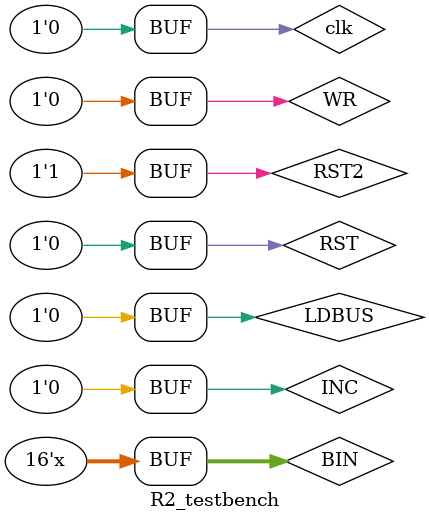
<source format=v>
`timescale 1us/10ns
module R2_testbench();

	reg clk; 
	reg RST, RST2, WR, LDBUS, INC;
	reg [15:0] BIN;
	wire [15:0] BOUT;
	
	R2 R2_1(clk,BIN,RST,RST2,WR,LDBUS,INC,BOUT);
	
	always // CLOCK
		begin
			clk = 1; #50; clk = 0; #50;
		end
	
	initial begin
		#50;
		RST=1'b1; RST2=1'b0; WR=1'b0; LDBUS=1'b0; INC=1'b0; BIN = 16'dx; #100; // Common RESET
		RST=1'b0; RST2=1'b0; WR=1'b0; LDBUS=1'b1; INC=1'b0; BIN = 16'dx; #100; // LOAD BUS
		RST=1'b0; RST2=1'b0; WR=1'b0; LDBUS=1'b0; INC=1'b1; BIN = 16'dx; #100; // Increment
		RST=1'b0; RST2=1'b0; WR=1'b0; LDBUS=1'b1; INC=1'b0; BIN = 16'dx; #100; // LOAD BUS
		RST=1'b0; RST2=1'b1; WR=1'b0; LDBUS=1'b0; INC=1'b0; BIN = 16'dx; #100; // R2 RESET
		RST=1'b0; RST2=1'b0; WR=1'b0; LDBUS=1'b1; INC=1'b0; BIN = 16'dx; #100; // LOAD BUS
		RST=1'b0; RST2=1'b0; WR=1'b1; LDBUS=1'b0; INC=1'b0; BIN = 16'd35; #100; // WRITE
		RST=1'b0; RST2=1'b0; WR=1'b0; LDBUS=1'b1; INC=1'b0; BIN = 16'dx; #100; // LOAD BUS
		RST=1'b0; RST2=1'b1; WR=1'b0; LDBUS=1'b0; INC=1'b0; BIN = 16'dx; #100; // R2 RESET
	end

endmodule
</source>
